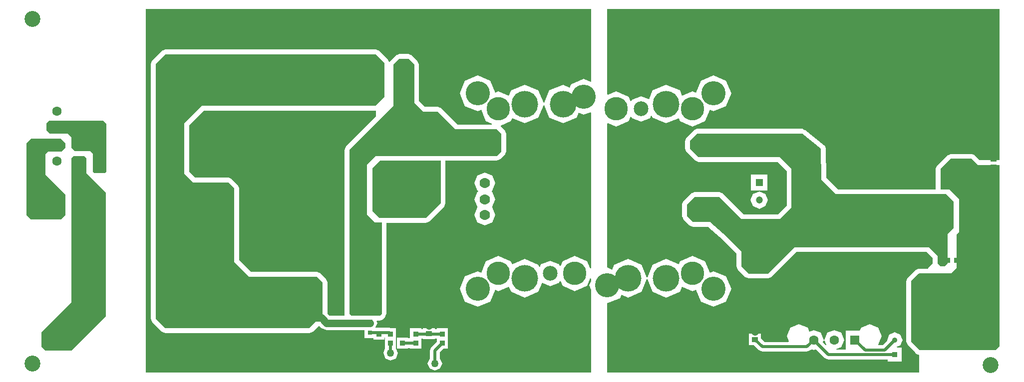
<source format=gtl>
G04*
G04 #@! TF.GenerationSoftware,Altium Limited,Altium Designer,19.1.7 (138)*
G04*
G04 Layer_Physical_Order=1*
G04 Layer_Color=255*
%FSLAX25Y25*%
%MOIN*%
G70*
G01*
G75*
%ADD15R,0.06102X0.13583*%
%ADD16R,0.07087X0.18110*%
%ADD17R,0.03347X0.03347*%
%ADD18R,0.03347X0.03347*%
%ADD19R,0.07087X0.05512*%
%ADD20R,0.03937X0.03543*%
%ADD21R,0.19685X0.19685*%
G04:AMPARAMS|DCode=22|XSize=60mil|YSize=175mil|CornerRadius=15mil|HoleSize=0mil|Usage=FLASHONLY|Rotation=0.000|XOffset=0mil|YOffset=0mil|HoleType=Round|Shape=RoundedRectangle|*
%AMROUNDEDRECTD22*
21,1,0.06000,0.14500,0,0,0.0*
21,1,0.03000,0.17500,0,0,0.0*
1,1,0.03000,0.01500,-0.07250*
1,1,0.03000,-0.01500,-0.07250*
1,1,0.03000,-0.01500,0.07250*
1,1,0.03000,0.01500,0.07250*
%
%ADD22ROUNDEDRECTD22*%
%ADD23R,0.07480X0.21260*%
%ADD24R,0.03150X0.03150*%
%ADD25R,0.05906X0.16535*%
%ADD59C,0.05000*%
%ADD60C,0.02000*%
%ADD61C,0.16142*%
%ADD62C,0.09843*%
%ADD63C,0.17795*%
%ADD64C,0.15630*%
%ADD65C,0.06969*%
%ADD66C,0.08976*%
%ADD67C,0.09488*%
%ADD68R,0.06299X0.06299*%
%ADD69C,0.06299*%
%ADD70C,0.08661*%
%ADD71C,0.10630*%
%ADD72R,0.03543X0.03543*%
%ADD73C,0.03543*%
%ADD74C,0.18898*%
%ADD75R,0.18898X0.18898*%
%ADD76R,0.04724X0.04724*%
%ADD77C,0.04724*%
%ADD78R,0.06299X0.06299*%
%ADD79C,0.11811*%
%ADD80R,0.11811X0.11811*%
%ADD81C,0.10000*%
%ADD82C,0.05000*%
G36*
X381890Y197402D02*
X381474Y197125D01*
X376969Y198991D01*
X368495Y195481D01*
X367577Y193265D01*
X363189Y195083D01*
X354083Y191311D01*
X350644Y183008D01*
X350144D01*
X346705Y191311D01*
X337598Y195083D01*
X328492Y191311D01*
X327040Y187805D01*
X320000Y190722D01*
X317888Y189847D01*
X314576Y197843D01*
X306102Y201353D01*
X297629Y197843D01*
X294119Y189370D01*
X297629Y180897D01*
X306102Y177387D01*
X308549Y178400D01*
X311723Y170738D01*
X315697Y169092D01*
X315600Y168602D01*
X292684D01*
X281824Y179461D01*
X279528Y180412D01*
X271030D01*
X267027Y184416D01*
Y208661D01*
X266076Y210958D01*
X262139Y214895D01*
X259842Y215846D01*
X253937Y215846D01*
X251641Y214895D01*
X247704Y210958D01*
X247522Y210518D01*
X246981D01*
X246391Y211942D01*
X240485Y217847D01*
X238189Y218798D01*
X97441Y218798D01*
X95145Y217847D01*
X88804Y211506D01*
X87853Y209210D01*
Y38821D01*
X88804Y36525D01*
X95145Y30184D01*
X97441Y29233D01*
X193898Y29233D01*
X196194Y30184D01*
X200132Y34122D01*
X201776Y32477D01*
X205221Y31051D01*
X205221Y31051D01*
X230677D01*
Y25953D01*
X236484D01*
Y24969D01*
X243831D01*
Y26280D01*
X244358D01*
Y24969D01*
Y18866D01*
X244358D01*
X244416Y18779D01*
X243161Y15748D01*
X244587Y12304D01*
X248031Y10877D01*
X251476Y12304D01*
X252902Y15748D01*
X251647Y18779D01*
X251705Y18866D01*
X251705D01*
Y24969D01*
Y32315D01*
X248256D01*
X247146Y32775D01*
X238323D01*
X238026Y33275D01*
X239123Y35921D01*
X238619Y37137D01*
X238897Y37553D01*
X240800D01*
X243096Y38504D01*
X244422Y39830D01*
X245373Y42126D01*
X245373Y102953D01*
X271554D01*
X273850Y103904D01*
X283792Y113846D01*
X284743Y116142D01*
X284743Y144391D01*
X318898D01*
X321194Y145342D01*
X324147Y148294D01*
X325098Y150591D01*
Y162402D01*
X324147Y164698D01*
X321468Y167376D01*
X321585Y167966D01*
X328277Y170738D01*
X329143Y172829D01*
X337598Y169327D01*
X346705Y173099D01*
X350144Y181402D01*
X350644D01*
X354083Y173099D01*
X363189Y169327D01*
X372295Y173099D01*
X373660Y176395D01*
X376969Y175025D01*
X381474Y176891D01*
X381890Y176613D01*
Y72420D01*
X381399Y72322D01*
X379340Y77293D01*
X371063Y80722D01*
X362786Y77293D01*
X361459Y74092D01*
X360960D01*
X360551Y75078D01*
X354488Y77590D01*
X348426Y75078D01*
X347785Y73532D01*
X347285D01*
X346705Y74933D01*
X337598Y78705D01*
X329143Y75203D01*
X328277Y77293D01*
X320000Y80722D01*
X311723Y77293D01*
X308549Y69631D01*
X306102Y70644D01*
X297629Y67135D01*
X294119Y58661D01*
X297629Y50188D01*
X306102Y46678D01*
X314576Y50188D01*
X317888Y58185D01*
X320000Y57310D01*
X327040Y60226D01*
X328492Y56721D01*
X337598Y52949D01*
X346705Y56721D01*
X349160Y62649D01*
X354488Y60442D01*
X360551Y62953D01*
X360960Y63940D01*
X361459D01*
X362786Y60738D01*
X371063Y57310D01*
X379340Y60738D01*
X381399Y65709D01*
X381890Y65612D01*
Y63815D01*
X380733Y61024D01*
X381890Y58232D01*
Y2706D01*
X84700D01*
Y245719D01*
X381890D01*
Y197402D01*
D02*
G37*
G36*
X654694Y144847D02*
X641241Y144847D01*
X638123Y147965D01*
X638123Y147965D01*
X638123Y147965D01*
X637220Y148339D01*
X635827Y148916D01*
X635827Y148916D01*
X635827Y148916D01*
X622047D01*
X619751Y147965D01*
X613004Y141218D01*
X612379Y139710D01*
X612053Y138922D01*
X612053Y125300D01*
X612049Y125294D01*
X546621Y125294D01*
X538858Y133057D01*
X538650Y152448D01*
X538580Y152613D01*
X538629Y152785D01*
X538101Y153735D01*
X537674Y154734D01*
X537508Y154801D01*
X537421Y154957D01*
X524827Y164946D01*
X523798Y165239D01*
X522809Y165649D01*
X452756D01*
X450460Y164698D01*
X445539Y159776D01*
X444588Y157480D01*
X444588Y152559D01*
X445539Y150263D01*
X451444Y144357D01*
X453740Y143406D01*
X506529Y143406D01*
X512501Y137434D01*
X512501Y114534D01*
X506529Y108562D01*
X483628D01*
X469816Y122375D01*
X467520Y123326D01*
X450787Y123326D01*
X448491Y122375D01*
X443570Y117454D01*
X443031Y116151D01*
X442619Y115157D01*
X442619Y107283D01*
X442619Y107283D01*
X442619Y107283D01*
X443144Y106015D01*
X443570Y104987D01*
X443570Y104987D01*
X443570Y104987D01*
X447507Y101050D01*
X449803Y100099D01*
X459972Y100099D01*
X470221Y91131D01*
X479036Y82316D01*
Y73819D01*
X479987Y71523D01*
X484909Y66602D01*
X487205Y65650D01*
X500000D01*
X502296Y66602D01*
X519062Y83367D01*
X605938Y83367D01*
X609942Y79364D01*
Y75787D01*
X607000Y72846D01*
Y72302D01*
X600866D01*
X600486Y72145D01*
X600394D01*
X598098Y71194D01*
X593176Y66272D01*
X592225Y63976D01*
X592225Y23622D01*
X593176Y21326D01*
X598319Y16183D01*
X598570Y15578D01*
X600866Y14627D01*
X600998D01*
X601000Y14626D01*
Y2706D01*
X392717D01*
Y49041D01*
X401190Y52550D01*
X402108Y54766D01*
X406496Y52949D01*
X415602Y56721D01*
X419041Y65024D01*
X419541D01*
X422981Y56721D01*
X432087Y52949D01*
X441193Y56721D01*
X442645Y60226D01*
X449685Y57310D01*
X451797Y58185D01*
X455109Y50188D01*
X463583Y46678D01*
X472056Y50188D01*
X475566Y58661D01*
X472056Y67135D01*
X463583Y70644D01*
X461136Y69631D01*
X457962Y77293D01*
X449685Y80722D01*
X441408Y77293D01*
X440542Y75203D01*
X432087Y78705D01*
X422981Y74933D01*
X419541Y66630D01*
X419041D01*
X415602Y74933D01*
X406496Y78705D01*
X397390Y74933D01*
X396025Y71636D01*
X392717Y73007D01*
Y169306D01*
X393132Y169584D01*
X398622Y167310D01*
X406899Y170738D01*
X408225Y173940D01*
X408726D01*
X409134Y172953D01*
X415197Y170442D01*
X421259Y172953D01*
X421900Y174500D01*
X422400D01*
X422981Y173099D01*
X432087Y169327D01*
X440542Y172829D01*
X441408Y170738D01*
X449685Y167310D01*
X457962Y170738D01*
X461136Y178400D01*
X463583Y177387D01*
X472056Y180897D01*
X475566Y189370D01*
X472056Y197843D01*
X463583Y201353D01*
X455109Y197843D01*
X451797Y189847D01*
X449685Y190722D01*
X442645Y187805D01*
X441193Y191311D01*
X432087Y195083D01*
X422981Y191311D01*
X420525Y185383D01*
X415197Y187590D01*
X409134Y185078D01*
X408726Y184092D01*
X408225D01*
X406899Y187293D01*
X398622Y190722D01*
X393132Y188448D01*
X392717Y188726D01*
Y245719D01*
X654694D01*
X654694Y144847D01*
D02*
G37*
G36*
X31000Y156000D02*
X31000Y153000D01*
X28400Y150400D01*
X19400Y150400D01*
X17500Y148500D01*
X17500Y135000D01*
X31000Y121500D01*
Y108000D01*
X28000Y105000D01*
X8000Y105000D01*
X5000Y108000D01*
Y156000D01*
X8000Y159000D01*
X28000Y159000D01*
X31000Y156000D01*
D02*
G37*
G36*
X56400Y171000D02*
X58100Y169300D01*
Y137100D01*
X57100Y136100D01*
X50400D01*
X49200Y137300D01*
Y149100D01*
X47500Y150800D01*
X37100D01*
X34900Y153000D01*
Y160300D01*
X32700Y162500D01*
X20600D01*
X18300Y164800D01*
X18300Y169300D01*
X20000Y171000D01*
X56400Y171000D01*
D02*
G37*
G36*
X281496Y116142D02*
X271554Y106200D01*
X240600D01*
X235900Y110900D01*
X235900Y139500D01*
X240800Y144400D01*
X281496Y144400D01*
X281496Y116142D01*
D02*
G37*
G36*
X535403Y152413D02*
X535625Y131698D01*
X545276Y122047D01*
X619094Y122047D01*
X624016Y117126D01*
X624016Y99410D01*
X620079Y95472D01*
X620079Y75787D01*
X618110Y73819D01*
X615158Y73819D01*
X613189Y75787D01*
Y80709D01*
X607283Y86614D01*
X517717Y86614D01*
X500000Y68898D01*
X487205D01*
X482283Y73819D01*
Y83661D01*
X472441Y93504D01*
X461192Y103347D01*
X449803Y103346D01*
X445866Y107283D01*
X445866Y115157D01*
X450787Y120079D01*
X467520Y120079D01*
X482283Y105315D01*
X507874D01*
X515748Y113189D01*
X515748Y138779D01*
X507874Y146653D01*
X453740Y146653D01*
X447835Y152559D01*
X447835Y157480D01*
X452756Y162402D01*
X522809D01*
X535403Y152413D01*
D02*
G37*
G36*
X263779Y208661D02*
Y183071D01*
X269685Y177165D01*
X279528D01*
X291339Y165354D01*
X318898D01*
X321850Y162402D01*
Y150591D01*
X318898Y147638D01*
X238189D01*
X232283Y141732D01*
X232283Y108268D01*
X237477Y103074D01*
X242126D01*
X242126Y42126D01*
X240800Y40800D01*
X222023D01*
X220472Y41963D01*
X220472Y151575D01*
X250000Y181102D01*
Y208661D01*
X253937Y212598D01*
X259842Y212598D01*
X263779Y208661D01*
D02*
G37*
G36*
X238189Y174796D02*
X238189Y174796D01*
X238189D01*
Y174111D01*
X238200Y174100D01*
X237992Y173686D01*
X218176Y153871D01*
X217225Y151575D01*
X217225Y41963D01*
X217318Y41739D01*
X217258Y41504D01*
X217422Y41226D01*
X217175Y40792D01*
X207238D01*
X206003Y42027D01*
X206003Y62992D01*
X205052Y65288D01*
X201115Y69225D01*
X198819Y70176D01*
X154888Y70176D01*
X146948Y78117D01*
X146948Y125984D01*
X145997Y128280D01*
X142060Y132217D01*
X139764Y133168D01*
X117487D01*
X113483Y137172D01*
Y167946D01*
X123392Y177855D01*
X238189D01*
Y174796D01*
D02*
G37*
G36*
X244094Y209646D02*
X244094Y187008D01*
X238189Y181102D01*
X122047D01*
X110236Y169291D01*
Y135827D01*
X116142Y129921D01*
X139764D01*
X143701Y125984D01*
X143701Y76772D01*
X153543Y66929D01*
X198819Y66929D01*
X202756Y62992D01*
X202756Y41339D01*
X193898Y32480D01*
X97441Y32480D01*
X91100Y38821D01*
Y209210D01*
X97441Y215551D01*
X238189Y215551D01*
X244094Y209646D01*
D02*
G37*
G36*
X639896Y141600D02*
X654700Y141600D01*
X654700Y20500D01*
X651917Y17717D01*
X601378D01*
X601221Y17874D01*
X600866D01*
Y18228D01*
X595472Y23622D01*
X595472Y63976D01*
X600394Y68898D01*
X600866D01*
Y69055D01*
X622554D01*
X625984Y72975D01*
X625984Y95293D01*
X627500Y96809D01*
X627500Y118900D01*
X621100Y125300D01*
X615300Y125300D01*
X615300Y138922D01*
X622047Y145669D01*
X635827D01*
X639896Y141600D01*
D02*
G37*
G36*
X45000Y145945D02*
Y136102D01*
X58071Y123031D01*
Y40354D01*
X35217Y17500D01*
X17500Y17500D01*
X15000Y20000D01*
X15000Y29764D01*
X18701Y33465D01*
X35000Y49764D01*
Y135276D01*
Y146221D01*
X36279Y147500D01*
X43445D01*
X45000Y145945D01*
D02*
G37*
%LPC*%
G36*
X311024Y136467D02*
X306061Y134412D01*
X304005Y129449D01*
X306061Y124486D01*
X306592Y124266D01*
Y123766D01*
X306061Y123546D01*
X304005Y118583D01*
X306007Y113750D01*
X306041Y113425D01*
X306007Y113101D01*
X304005Y108268D01*
X306061Y103305D01*
X311024Y101249D01*
X315986Y103305D01*
X318042Y108268D01*
X316040Y113101D01*
X316007Y113425D01*
X316040Y113750D01*
X318042Y118583D01*
X315986Y123546D01*
X315455Y123766D01*
Y124266D01*
X315986Y124486D01*
X318042Y129449D01*
X315986Y134412D01*
X311024Y136467D01*
D02*
G37*
G36*
X277590Y32610D02*
X269654D01*
Y31889D01*
X268437D01*
Y32315D01*
X261090D01*
Y25787D01*
X259579D01*
Y26213D01*
X252232D01*
Y18866D01*
X259579D01*
Y19292D01*
X261090D01*
Y18866D01*
X268437D01*
Y25395D01*
X269654D01*
Y25067D01*
X277590D01*
Y25395D01*
X278807D01*
Y23458D01*
X275263Y19914D01*
X274312Y17618D01*
Y12384D01*
X274115Y12302D01*
X272688Y8858D01*
X274115Y5414D01*
X277559Y3988D01*
X281003Y5414D01*
X282430Y8858D01*
X281003Y12302D01*
X280806Y12384D01*
Y16273D01*
X283399Y18866D01*
X286154D01*
Y24969D01*
Y32315D01*
X278807D01*
Y31889D01*
X277590D01*
Y32610D01*
D02*
G37*
G36*
X499457Y135284D02*
X488732D01*
Y124559D01*
X499457D01*
Y135284D01*
D02*
G37*
G36*
X494095Y123914D02*
X489990Y122214D01*
X488291Y118110D01*
X489990Y114006D01*
X494095Y112306D01*
X498199Y114006D01*
X499898Y118110D01*
X498199Y122214D01*
X494095Y123914D01*
D02*
G37*
G36*
X567913Y35234D02*
X562152Y32848D01*
X561285Y30756D01*
X551921D01*
Y18457D01*
X551921D01*
X551790Y18011D01*
X545720D01*
X545622Y18501D01*
X548998Y19900D01*
X550948Y24606D01*
X548998Y29313D01*
X544291Y31263D01*
X539585Y29313D01*
X537635Y24606D01*
X538934Y21470D01*
X538519Y21192D01*
X536563Y23147D01*
X537168Y24606D01*
X535218Y29313D01*
X530512Y31263D01*
X527589Y30052D01*
X526431Y32848D01*
X520669Y35234D01*
X514908Y32848D01*
X512522Y27087D01*
X513940Y23663D01*
X513662Y23247D01*
X497585D01*
X495110Y25722D01*
Y28673D01*
X487173D01*
Y21130D01*
X490518D01*
X493944Y17704D01*
X496240Y16753D01*
X525906D01*
X528202Y17704D01*
X529052Y18555D01*
X530512Y17950D01*
X531971Y18555D01*
X538058Y12468D01*
X540354Y11517D01*
X579874D01*
Y9992D01*
X589417D01*
Y19535D01*
X586154D01*
X586056Y20026D01*
X588298Y20954D01*
X589811Y24606D01*
X588298Y28258D01*
X584646Y29771D01*
X580994Y28258D01*
X579481Y24606D01*
X579649Y24201D01*
X576458Y21011D01*
X574014D01*
X573752Y21511D01*
X576061Y27087D01*
X573675Y32848D01*
X567913Y35234D01*
D02*
G37*
%LPD*%
D15*
X629921Y159252D02*
D03*
Y136024D02*
D03*
D16*
X619291Y108268D02*
D03*
X643701D02*
D03*
D17*
X626083Y77756D02*
D03*
X619980D02*
D03*
D18*
X234252Y42421D02*
D03*
Y36319D02*
D03*
X248031Y28642D02*
D03*
Y22539D02*
D03*
X240158D02*
D03*
Y28642D02*
D03*
X282480Y22539D02*
D03*
Y28642D02*
D03*
X255906D02*
D03*
Y22539D02*
D03*
X264764D02*
D03*
Y28642D02*
D03*
D19*
X132283Y138091D02*
D03*
Y127264D02*
D03*
X40157Y155020D02*
D03*
Y144193D02*
D03*
D20*
X491142Y30217D02*
D03*
Y24902D02*
D03*
X650591Y145374D02*
D03*
Y140059D02*
D03*
X273622Y34154D02*
D03*
Y28839D02*
D03*
D21*
X246457Y121260D02*
D03*
D22*
X118720Y145822D02*
D03*
X53720D02*
D03*
Y101422D02*
D03*
X118720D02*
D03*
D23*
X254921Y59055D02*
D03*
X235630D02*
D03*
X255512Y83858D02*
D03*
X236221D02*
D03*
D24*
X234252Y23622D02*
D03*
Y29528D02*
D03*
D25*
X240158Y195276D02*
D03*
X254331Y195276D02*
D03*
D59*
X50292Y155000D02*
X53720Y151572D01*
Y145822D02*
Y151572D01*
X40177Y155000D02*
X50292D01*
X40157Y155020D02*
X40177Y155000D01*
X37229Y167717D02*
X40157Y164788D01*
Y155020D02*
Y164788D01*
X22835Y167717D02*
X37229D01*
X201772Y39370D02*
X205221Y35921D01*
X192913Y39370D02*
X201772D01*
X205221Y35921D02*
X234252D01*
X179528Y52756D02*
X192913Y39370D01*
X491142Y30217D02*
Y35433D01*
X273622Y34154D02*
Y40354D01*
X256405Y29445D02*
Y37220D01*
D60*
X558071Y24606D02*
X564913Y17764D01*
X577803D01*
X584646Y24606D01*
X540354Y14764D02*
X584646D01*
X530512Y24606D02*
X540354Y14764D01*
X496240Y20000D02*
X525906D01*
X530512Y24606D01*
X491339Y24902D02*
X496240Y20000D01*
X491142Y24902D02*
X491339D01*
X240158Y29528D02*
X247146D01*
X277559Y8858D02*
Y17618D01*
X282480Y22539D01*
X248031Y15748D02*
Y22539D01*
X264764Y28642D02*
X282480D01*
X256890Y22539D02*
X264764D01*
X234252Y29528D02*
X240158D01*
X247146D02*
X248031Y28642D01*
D61*
X392717Y61024D02*
D03*
X376969Y187008D02*
D03*
X306102Y189370D02*
D03*
Y58661D02*
D03*
X463583D02*
D03*
Y189370D02*
D03*
D62*
X320000Y69016D02*
D03*
X415197Y179016D02*
D03*
X354488Y69016D02*
D03*
D63*
X337598Y182205D02*
D03*
X432087Y65827D02*
D03*
X337598D02*
D03*
Y182205D02*
D03*
X432087D02*
D03*
X406496Y65827D02*
D03*
X363189Y182205D02*
D03*
D64*
X371063Y69016D02*
D03*
X398622Y179016D02*
D03*
X449685D02*
D03*
X320000D02*
D03*
Y69016D02*
D03*
X449685D02*
D03*
D65*
X311024Y108268D02*
D03*
Y118583D02*
D03*
Y129449D02*
D03*
D66*
Y92520D02*
D03*
Y155512D02*
D03*
D67*
X458661Y91535D02*
D03*
Y113189D02*
D03*
Y134843D02*
D03*
Y156496D02*
D03*
D68*
X558071Y24606D02*
D03*
D69*
X544291D02*
D03*
X530512D02*
D03*
X22835Y167717D02*
D03*
X25315Y144095D02*
D03*
Y177559D02*
D03*
D70*
X636142Y53307D02*
D03*
X646142D02*
D03*
X626142D02*
D03*
X616142D02*
D03*
X606142D02*
D03*
X646142Y63307D02*
D03*
Y43307D02*
D03*
Y33307D02*
D03*
Y23307D02*
D03*
X606142Y63307D02*
D03*
X616142D02*
D03*
X626142D02*
D03*
X636142D02*
D03*
X606142Y43307D02*
D03*
X616142D02*
D03*
X626142D02*
D03*
X636142D02*
D03*
X606142Y33307D02*
D03*
X616142D02*
D03*
X626142D02*
D03*
X636142D02*
D03*
X606142Y23307D02*
D03*
X616142D02*
D03*
X626142D02*
D03*
X636142D02*
D03*
X636969Y183740D02*
D03*
X626968D02*
D03*
X616968D02*
D03*
X606968D02*
D03*
X636969Y193740D02*
D03*
X626968D02*
D03*
X616968D02*
D03*
X606968D02*
D03*
X636969Y203740D02*
D03*
X626968D02*
D03*
X616968D02*
D03*
X606968D02*
D03*
X636969Y223740D02*
D03*
X626968D02*
D03*
X616968D02*
D03*
X606968D02*
D03*
X646969Y183740D02*
D03*
Y193740D02*
D03*
Y203740D02*
D03*
Y223740D02*
D03*
X606968Y213740D02*
D03*
X616968D02*
D03*
X626968D02*
D03*
X646969D02*
D03*
X636969D02*
D03*
D71*
X648622Y240158D02*
D03*
Y7874D02*
D03*
X8858Y239173D02*
D03*
Y8858D02*
D03*
D72*
X584646Y14764D02*
D03*
D73*
Y24606D02*
D03*
D74*
X559055Y143701D02*
D03*
X179134Y85630D02*
D03*
X180118Y160433D02*
D03*
D75*
X559055Y104331D02*
D03*
X179134Y46260D02*
D03*
X180118Y199803D02*
D03*
D76*
X494095Y129921D02*
D03*
Y78740D02*
D03*
X274606Y169291D02*
D03*
Y118110D02*
D03*
D77*
X494095Y169291D02*
D03*
Y118110D02*
D03*
X274606Y129921D02*
D03*
Y78740D02*
D03*
D78*
X22835Y153937D02*
D03*
D79*
X23228Y25591D02*
D03*
D80*
X23228Y114567D02*
D03*
D81*
X190800Y131900D02*
D03*
X170100Y132200D02*
D03*
X370500Y233200D02*
D03*
Y213200D02*
D03*
Y153200D02*
D03*
Y113200D02*
D03*
Y93200D02*
D03*
Y33200D02*
D03*
Y13200D02*
D03*
X350500Y233200D02*
D03*
Y213200D02*
D03*
Y153200D02*
D03*
Y113200D02*
D03*
Y93200D02*
D03*
Y53200D02*
D03*
Y33200D02*
D03*
Y13200D02*
D03*
X330500Y233200D02*
D03*
Y213200D02*
D03*
Y153200D02*
D03*
Y33200D02*
D03*
Y13200D02*
D03*
X310500Y233200D02*
D03*
Y213200D02*
D03*
Y33200D02*
D03*
Y13200D02*
D03*
X290500Y233200D02*
D03*
Y213200D02*
D03*
Y113200D02*
D03*
Y93200D02*
D03*
X270500Y233200D02*
D03*
Y93200D02*
D03*
Y53200D02*
D03*
X250500Y233200D02*
D03*
X230500D02*
D03*
Y13200D02*
D03*
X210500Y233200D02*
D03*
Y153200D02*
D03*
Y133200D02*
D03*
Y113200D02*
D03*
Y93200D02*
D03*
Y73200D02*
D03*
Y13200D02*
D03*
X190500Y233200D02*
D03*
Y113200D02*
D03*
Y13200D02*
D03*
X170500Y233200D02*
D03*
Y113200D02*
D03*
Y13200D02*
D03*
X150500Y233200D02*
D03*
Y153200D02*
D03*
Y133200D02*
D03*
Y13200D02*
D03*
X130500Y233200D02*
D03*
Y153200D02*
D03*
Y13200D02*
D03*
X110500Y233200D02*
D03*
Y13200D02*
D03*
X611250Y151000D02*
D03*
X591250Y231000D02*
D03*
Y211000D02*
D03*
Y191000D02*
D03*
Y171000D02*
D03*
Y151000D02*
D03*
Y131000D02*
D03*
X571250Y231000D02*
D03*
Y211000D02*
D03*
Y191000D02*
D03*
Y171000D02*
D03*
Y71000D02*
D03*
Y51000D02*
D03*
X551250Y231000D02*
D03*
Y211000D02*
D03*
Y191000D02*
D03*
Y171000D02*
D03*
Y71000D02*
D03*
Y51000D02*
D03*
X531250Y231000D02*
D03*
Y211000D02*
D03*
Y191000D02*
D03*
Y171000D02*
D03*
Y71000D02*
D03*
Y51000D02*
D03*
Y11000D02*
D03*
X511250Y231000D02*
D03*
Y211000D02*
D03*
Y191000D02*
D03*
Y171000D02*
D03*
Y51000D02*
D03*
Y11000D02*
D03*
X491250Y231000D02*
D03*
Y211000D02*
D03*
Y191000D02*
D03*
Y51000D02*
D03*
Y11000D02*
D03*
X471250Y231000D02*
D03*
Y211000D02*
D03*
Y171000D02*
D03*
Y31000D02*
D03*
Y11000D02*
D03*
X451250Y231000D02*
D03*
Y211000D02*
D03*
Y31000D02*
D03*
Y11000D02*
D03*
X431250Y231000D02*
D03*
Y211000D02*
D03*
Y151000D02*
D03*
Y111000D02*
D03*
Y91000D02*
D03*
Y31000D02*
D03*
Y11000D02*
D03*
X411250Y231000D02*
D03*
Y211000D02*
D03*
Y151000D02*
D03*
Y111000D02*
D03*
Y91000D02*
D03*
Y31000D02*
D03*
Y11000D02*
D03*
X611250Y151000D02*
D03*
X591250Y231000D02*
D03*
Y211000D02*
D03*
Y191000D02*
D03*
Y171000D02*
D03*
Y151000D02*
D03*
X571250Y231000D02*
D03*
Y211000D02*
D03*
Y191000D02*
D03*
Y171000D02*
D03*
Y71000D02*
D03*
Y51000D02*
D03*
X551250Y231000D02*
D03*
Y211000D02*
D03*
Y191000D02*
D03*
Y171000D02*
D03*
Y71000D02*
D03*
X531250Y231000D02*
D03*
Y211000D02*
D03*
Y191000D02*
D03*
Y171000D02*
D03*
Y71000D02*
D03*
X511250Y231000D02*
D03*
Y211000D02*
D03*
Y191000D02*
D03*
Y11000D02*
D03*
X491250Y231000D02*
D03*
Y211000D02*
D03*
Y191000D02*
D03*
Y51000D02*
D03*
Y11000D02*
D03*
X471250Y231000D02*
D03*
Y211000D02*
D03*
Y31000D02*
D03*
Y11000D02*
D03*
X451250Y231000D02*
D03*
Y211000D02*
D03*
Y31000D02*
D03*
Y11000D02*
D03*
X431250Y231000D02*
D03*
Y211000D02*
D03*
Y151000D02*
D03*
Y111000D02*
D03*
Y91000D02*
D03*
Y31000D02*
D03*
Y11000D02*
D03*
X411250Y231000D02*
D03*
Y211000D02*
D03*
Y151000D02*
D03*
Y111000D02*
D03*
Y91000D02*
D03*
Y31000D02*
D03*
Y11000D02*
D03*
D82*
X277559Y8858D02*
D03*
X248031Y15748D02*
D03*
M02*

</source>
